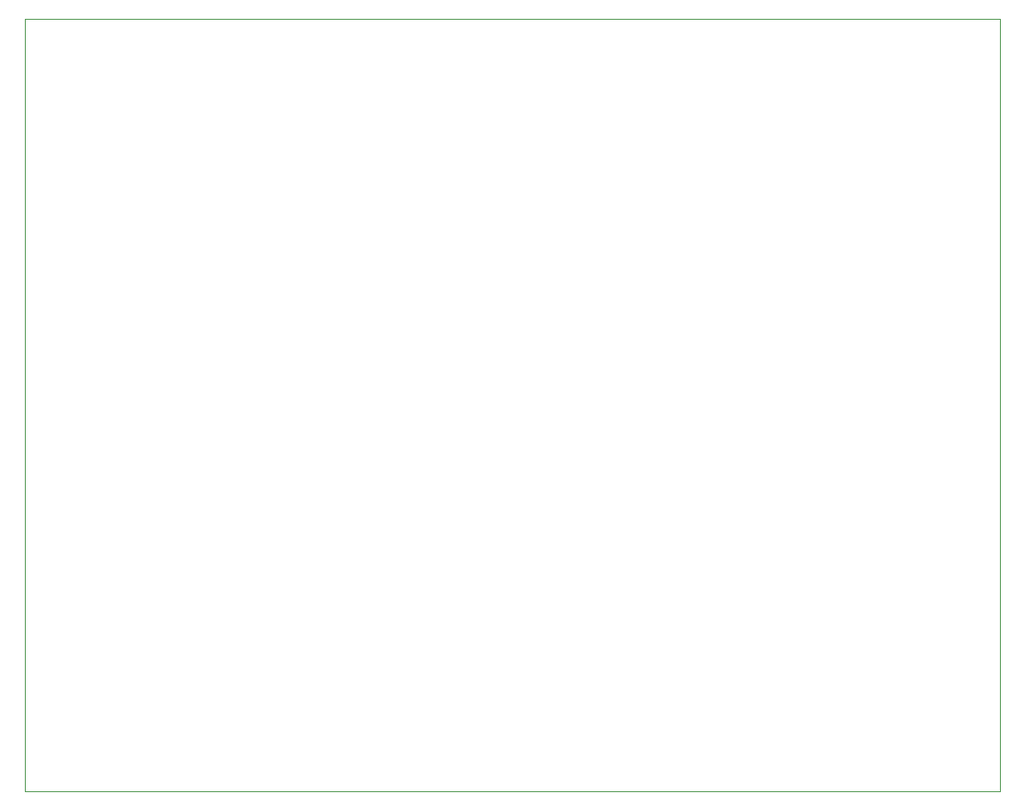
<source format=gbr>
%TF.GenerationSoftware,KiCad,Pcbnew,8.0.3*%
%TF.CreationDate,2025-01-25T16:13:06+05:30*%
%TF.ProjectId,TRNG_surrogate_digital_control,54524e47-5f73-4757-9272-6f676174655f,rev?*%
%TF.SameCoordinates,Original*%
%TF.FileFunction,Profile,NP*%
%FSLAX46Y46*%
G04 Gerber Fmt 4.6, Leading zero omitted, Abs format (unit mm)*
G04 Created by KiCad (PCBNEW 8.0.3) date 2025-01-25 16:13:06*
%MOMM*%
%LPD*%
G01*
G04 APERTURE LIST*
%TA.AperFunction,Profile*%
%ADD10C,0.050000*%
%TD*%
G04 APERTURE END LIST*
D10*
X88300000Y-60510000D02*
X184475000Y-60510000D01*
X184475000Y-136685000D01*
X88300000Y-136685000D01*
X88300000Y-60510000D01*
M02*

</source>
